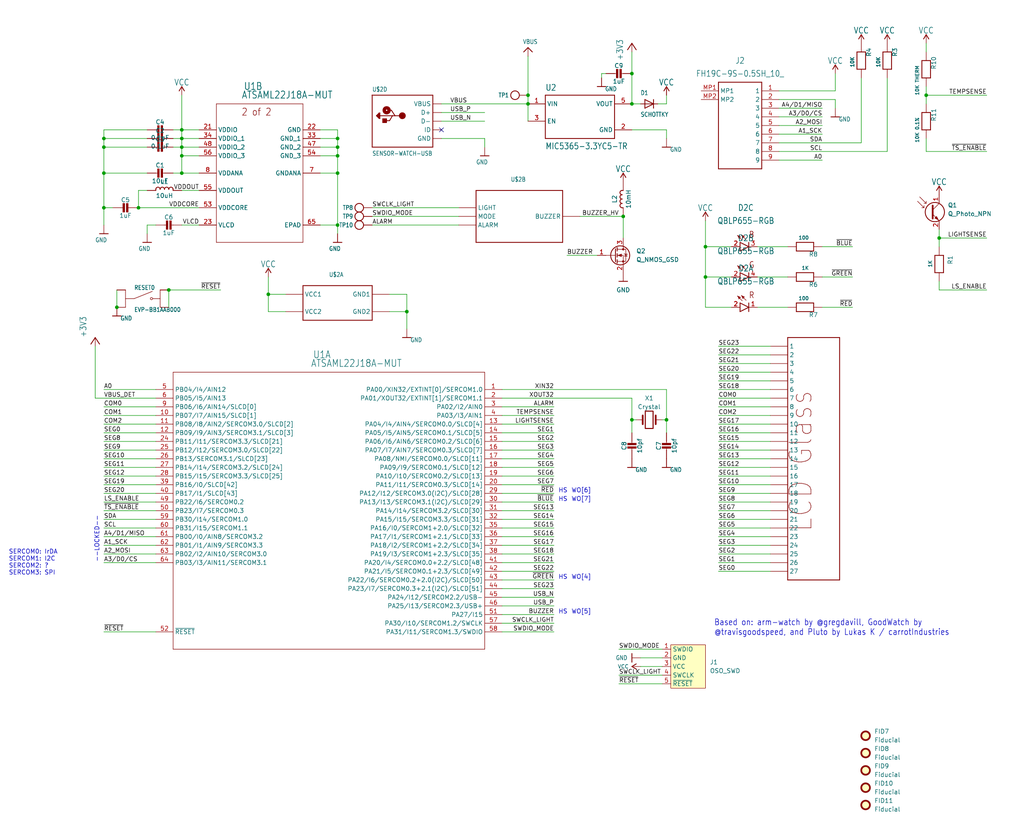
<source format=kicad_sch>
(kicad_sch (version 20211123) (generator eeschema)
  (paper "User" 300.507 242.062)
  (junction (at 185.42 123.19))
  (junction (at 154.94 27.94))
  (junction (at 34.29 90.17))
  (junction (at 30.48 40.64))
  (junction (at 185.42 21.59))
  (junction (at 207.01 72.39))
  (junction (at 99.06 45.72))
  (junction (at 53.34 43.18))
  (junction (at 182.88 63.5))
  (junction (at 99.06 66.04))
  (junction (at 30.48 60.96))
  (junction (at 53.34 40.64))
  (junction (at 30.48 50.8))
  (junction (at 99.06 40.64))
  (junction (at 185.42 30.48))
  (junction (at 40.64 60.96))
  (junction (at 119.38 91.44))
  (junction (at 271.78 27.94))
  (junction (at 195.58 123.19))
  (junction (at 53.34 45.72))
  (junction (at 207.01 81.28))
  (junction (at 53.34 50.8))
  (junction (at 53.34 38.1))
  (junction (at 154.94 30.48))
  (junction (at 30.48 43.18))
  (junction (at 49.53 85.09))
  (junction (at 99.06 43.18))
  (junction (at 275.59 69.85))
  (junction (at 99.06 50.8))
  (junction (at 78.74 86.36))
  (no_connect (at 129.54 38.1))
  (wire (pts (xy 147.32 157.48) (xy 162.56 157.48)))
  (wire (pts (xy 245.11 31.75) (xy 245.11 29.21)))
  (wire (pts (xy 187.96 30.48) (xy 185.42 30.48)))
  (wire (pts (xy 185.42 116.84) (xy 147.32 116.84)))
  (wire (pts (xy 147.32 172.72) (xy 162.56 172.72)))
  (wire (pts (xy 49.53 85.09) (xy 49.53 90.17)))
  (wire (pts (xy 181.61 190.5) (xy 194.31 190.5)))
  (wire (pts (xy 27.94 101.6) (xy 27.94 116.84)))
  (wire (pts (xy 210.82 157.48) (xy 226.06 157.48)))
  (wire (pts (xy 181.61 200.66) (xy 194.31 200.66)))
  (wire (pts (xy 53.34 43.18) (xy 53.34 40.64)))
  (wire (pts (xy 58.42 66.04) (xy 53.34 66.04)))
  (wire (pts (xy 162.56 175.26) (xy 147.32 175.26)))
  (wire (pts (xy 195.58 114.3) (xy 195.58 123.19)))
  (wire (pts (xy 275.59 85.09) (xy 289.56 85.09)))
  (wire (pts (xy 241.3 39.37) (xy 228.6 39.37)))
  (wire (pts (xy 119.38 86.36) (xy 119.38 91.44)))
  (wire (pts (xy 58.42 60.96) (xy 40.64 60.96)))
  (wire (pts (xy 210.82 132.08) (xy 226.06 132.08)))
  (wire (pts (xy 271.78 27.94) (xy 289.56 27.94)))
  (wire (pts (xy 147.32 114.3) (xy 195.58 114.3)))
  (wire (pts (xy 195.58 30.48) (xy 195.58 27.94)))
  (wire (pts (xy 30.48 149.86) (xy 45.72 149.86)))
  (wire (pts (xy 33.02 60.96) (xy 30.48 60.96)))
  (wire (pts (xy 147.32 154.94) (xy 162.56 154.94)))
  (wire (pts (xy 245.11 26.67) (xy 245.11 21.59)))
  (wire (pts (xy 177.8 21.59) (xy 176.53 21.59)))
  (wire (pts (xy 99.06 40.64) (xy 99.06 43.18)))
  (wire (pts (xy 185.42 123.19) (xy 186.69 123.19)))
  (wire (pts (xy 275.59 69.85) (xy 275.59 67.31)))
  (wire (pts (xy 210.82 137.16) (xy 226.06 137.16)))
  (wire (pts (xy 43.18 40.64) (xy 30.48 40.64)))
  (wire (pts (xy 45.72 124.46) (xy 30.48 124.46)))
  (wire (pts (xy 30.48 142.24) (xy 45.72 142.24)))
  (wire (pts (xy 147.32 165.1) (xy 162.56 165.1)))
  (wire (pts (xy 185.42 38.1) (xy 195.58 38.1)))
  (wire (pts (xy 99.06 50.8) (xy 93.98 50.8)))
  (wire (pts (xy 30.48 132.08) (xy 45.72 132.08)))
  (wire (pts (xy 58.42 50.8) (xy 53.34 50.8)))
  (wire (pts (xy 226.06 121.92) (xy 210.82 121.92)))
  (wire (pts (xy 119.38 86.36) (xy 114.3 86.36)))
  (wire (pts (xy 228.6 41.91) (xy 252.73 41.91)))
  (wire (pts (xy 109.22 63.5) (xy 134.62 63.5)))
  (wire (pts (xy 207.01 81.28) (xy 214.63 81.28)))
  (wire (pts (xy 27.94 116.84) (xy 45.72 116.84)))
  (wire (pts (xy 30.48 60.96) (xy 30.48 50.8)))
  (wire (pts (xy 154.94 30.48) (xy 154.94 27.94)))
  (wire (pts (xy 30.48 43.18) (xy 30.48 40.64)))
  (wire (pts (xy 182.88 63.5) (xy 182.88 69.85)))
  (wire (pts (xy 228.6 26.67) (xy 245.11 26.67)))
  (wire (pts (xy 241.3 34.29) (xy 228.6 34.29)))
  (wire (pts (xy 78.74 81.28) (xy 78.74 86.36)))
  (wire (pts (xy 134.62 60.96) (xy 109.22 60.96)))
  (wire (pts (xy 252.73 22.86) (xy 252.73 41.91)))
  (wire (pts (xy 30.48 38.1) (xy 43.18 38.1)))
  (wire (pts (xy 30.48 147.32) (xy 45.72 147.32)))
  (wire (pts (xy 210.82 129.54) (xy 226.06 129.54)))
  (wire (pts (xy 58.42 40.64) (xy 53.34 40.64)))
  (wire (pts (xy 210.82 147.32) (xy 226.06 147.32)))
  (wire (pts (xy 53.34 38.1) (xy 53.34 27.94)))
  (wire (pts (xy 228.6 44.45) (xy 260.35 44.45)))
  (wire (pts (xy 147.32 134.62) (xy 162.56 134.62)))
  (wire (pts (xy 162.56 180.34) (xy 147.32 180.34)))
  (wire (pts (xy 210.82 160.02) (xy 226.06 160.02)))
  (wire (pts (xy 210.82 101.6) (xy 226.06 101.6)))
  (wire (pts (xy 45.72 157.48) (xy 30.48 157.48)))
  (wire (pts (xy 93.98 45.72) (xy 99.06 45.72)))
  (wire (pts (xy 207.01 72.39) (xy 214.63 72.39)))
  (wire (pts (xy 193.04 30.48) (xy 195.58 30.48)))
  (wire (pts (xy 53.34 43.18) (xy 50.8 43.18)))
  (wire (pts (xy 147.32 149.86) (xy 162.56 149.86)))
  (wire (pts (xy 271.78 30.48) (xy 271.78 27.94)))
  (wire (pts (xy 114.3 91.44) (xy 119.38 91.44)))
  (wire (pts (xy 53.34 45.72) (xy 58.42 45.72)))
  (wire (pts (xy 245.11 29.21) (xy 228.6 29.21)))
  (wire (pts (xy 147.32 160.02) (xy 162.56 160.02)))
  (wire (pts (xy 43.18 50.8) (xy 30.48 50.8)))
  (wire (pts (xy 210.82 149.86) (xy 226.06 149.86)))
  (wire (pts (xy 210.82 106.68) (xy 226.06 106.68)))
  (wire (pts (xy 147.32 144.78) (xy 162.56 144.78)))
  (wire (pts (xy 50.8 50.8) (xy 53.34 50.8)))
  (wire (pts (xy 162.56 170.18) (xy 147.32 170.18)))
  (wire (pts (xy 170.18 63.5) (xy 182.88 63.5)))
  (wire (pts (xy 53.34 45.72) (xy 53.34 43.18)))
  (wire (pts (xy 207.01 72.39) (xy 207.01 81.28)))
  (wire (pts (xy 207.01 64.77) (xy 207.01 72.39)))
  (wire (pts (xy 147.32 127) (xy 162.56 127)))
  (wire (pts (xy 185.42 21.59) (xy 185.42 30.48)))
  (wire (pts (xy 147.32 132.08) (xy 162.56 132.08)))
  (wire (pts (xy 162.56 119.38) (xy 147.32 119.38)))
  (wire (pts (xy 78.74 91.44) (xy 83.82 91.44)))
  (wire (pts (xy 210.82 152.4) (xy 226.06 152.4)))
  (wire (pts (xy 53.34 38.1) (xy 50.8 38.1)))
  (wire (pts (xy 250.19 72.39) (xy 241.3 72.39)))
  (wire (pts (xy 58.42 55.88) (xy 53.34 55.88)))
  (wire (pts (xy 210.82 104.14) (xy 226.06 104.14)))
  (wire (pts (xy 30.48 129.54) (xy 45.72 129.54)))
  (wire (pts (xy 162.56 177.8) (xy 147.32 177.8)))
  (wire (pts (xy 45.72 165.1) (xy 30.48 165.1)))
  (wire (pts (xy 241.3 31.75) (xy 228.6 31.75)))
  (wire (pts (xy 195.58 38.1) (xy 195.58 40.64)))
  (wire (pts (xy 181.61 198.12) (xy 194.31 198.12)))
  (wire (pts (xy 154.94 16.51) (xy 154.94 27.94)))
  (wire (pts (xy 30.48 144.78) (xy 45.72 144.78)))
  (wire (pts (xy 210.82 144.78) (xy 226.06 144.78)))
  (wire (pts (xy 58.42 38.1) (xy 53.34 38.1)))
  (wire (pts (xy 30.48 134.62) (xy 45.72 134.62)))
  (wire (pts (xy 93.98 43.18) (xy 99.06 43.18)))
  (wire (pts (xy 53.34 40.64) (xy 53.34 38.1)))
  (wire (pts (xy 154.94 35.56) (xy 154.94 30.48)))
  (wire (pts (xy 34.29 85.09) (xy 34.29 90.17)))
  (wire (pts (xy 207.01 81.28) (xy 207.01 90.17)))
  (wire (pts (xy 43.18 43.18) (xy 30.48 43.18)))
  (wire (pts (xy 176.53 21.59) (xy 176.53 22.86)))
  (wire (pts (xy 45.72 162.56) (xy 30.48 162.56)))
  (wire (pts (xy 289.56 69.85) (xy 275.59 69.85)))
  (wire (pts (xy 187.96 193.04) (xy 194.31 193.04)))
  (wire (pts (xy 231.14 90.17) (xy 222.25 90.17)))
  (wire (pts (xy 210.82 114.3) (xy 226.06 114.3)))
  (wire (pts (xy 147.32 162.56) (xy 162.56 162.56)))
  (wire (pts (xy 129.54 30.48) (xy 154.94 30.48)))
  (wire (pts (xy 210.82 127) (xy 226.06 127)))
  (wire (pts (xy 43.18 68.58) (xy 43.18 66.04)))
  (wire (pts (xy 210.82 124.46) (xy 226.06 124.46)))
  (wire (pts (xy 99.06 43.18) (xy 99.06 45.72)))
  (wire (pts (xy 147.32 147.32) (xy 162.56 147.32)))
  (wire (pts (xy 142.24 35.56) (xy 129.54 35.56)))
  (wire (pts (xy 147.32 182.88) (xy 162.56 182.88)))
  (wire (pts (xy 210.82 111.76) (xy 226.06 111.76)))
  (wire (pts (xy 210.82 154.94) (xy 226.06 154.94)))
  (wire (pts (xy 30.48 152.4) (xy 45.72 152.4)))
  (wire (pts (xy 93.98 38.1) (xy 99.06 38.1)))
  (wire (pts (xy 43.18 66.04) (xy 45.72 66.04)))
  (wire (pts (xy 187.96 195.58) (xy 194.31 195.58)))
  (wire (pts (xy 210.82 167.64) (xy 226.06 167.64)))
  (wire (pts (xy 93.98 40.64) (xy 99.06 40.64)))
  (wire (pts (xy 210.82 109.22) (xy 226.06 109.22)))
  (wire (pts (xy 185.42 127) (xy 185.42 123.19)))
  (wire (pts (xy 147.32 139.7) (xy 162.56 139.7)))
  (wire (pts (xy 43.18 55.88) (xy 40.64 55.88)))
  (wire (pts (xy 134.62 66.04) (xy 109.22 66.04)))
  (wire (pts (xy 147.32 185.42) (xy 162.56 185.42)))
  (wire (pts (xy 260.35 22.86) (xy 260.35 44.45)))
  (wire (pts (xy 289.56 44.45) (xy 271.78 44.45)))
  (wire (pts (xy 210.82 142.24) (xy 226.06 142.24)))
  (wire (pts (xy 45.72 121.92) (xy 30.48 121.92)))
  (wire (pts (xy 30.48 50.8) (xy 30.48 43.18)))
  (wire (pts (xy 129.54 40.64) (xy 142.24 40.64)))
  (wire (pts (xy 210.82 165.1) (xy 226.06 165.1)))
  (wire (pts (xy 275.59 82.55) (xy 275.59 85.09)))
  (wire (pts (xy 99.06 38.1) (xy 99.06 40.64)))
  (wire (pts (xy 30.48 185.42) (xy 45.72 185.42)))
  (wire (pts (xy 30.48 139.7) (xy 45.72 139.7)))
  (wire (pts (xy 142.24 33.02) (xy 129.54 33.02)))
  (wire (pts (xy 30.48 127) (xy 45.72 127)))
  (wire (pts (xy 99.06 45.72) (xy 99.06 50.8)))
  (wire (pts (xy 45.72 119.38) (xy 30.48 119.38)))
  (wire (pts (xy 166.37 74.93) (xy 175.26 74.93)))
  (wire (pts (xy 78.74 86.36) (xy 78.74 91.44)))
  (wire (pts (xy 147.32 129.54) (xy 162.56 129.54)))
  (wire (pts (xy 30.48 60.96) (xy 30.48 66.04)))
  (wire (pts (xy 99.06 50.8) (xy 99.06 66.04)))
  (wire (pts (xy 271.78 25.4) (xy 271.78 27.94)))
  (wire (pts (xy 45.72 114.3) (xy 30.48 114.3)))
  (wire (pts (xy 119.38 91.44) (xy 119.38 96.52)))
  (wire (pts (xy 147.32 137.16) (xy 162.56 137.16)))
  (wire (pts (xy 226.06 119.38) (xy 210.82 119.38)))
  (wire (pts (xy 207.01 90.17) (xy 214.63 90.17)))
  (wire (pts (xy 147.32 124.46) (xy 162.56 124.46)))
  (wire (pts (xy 53.34 40.64) (xy 50.8 40.64)))
  (wire (pts (xy 226.06 116.84) (xy 210.82 116.84)))
  (wire (pts (xy 271.78 12.7) (xy 271.78 15.24)))
  (wire (pts (xy 210.82 134.62) (xy 226.06 134.62)))
  (wire (pts (xy 142.24 40.64) (xy 142.24 43.18)))
  (wire (pts (xy 210.82 162.56) (xy 226.06 162.56)))
  (wire (pts (xy 250.19 90.17) (xy 241.3 90.17)))
  (wire (pts (xy 49.53 85.09) (xy 64.77 85.09)))
  (wire (pts (xy 271.78 44.45) (xy 271.78 40.64)))
  (wire (pts (xy 45.72 160.02) (xy 30.48 160.02)))
  (wire (pts (xy 185.42 123.19) (xy 185.42 116.84)))
  (wire (pts (xy 162.56 121.92) (xy 147.32 121.92)))
  (wire (pts (xy 30.48 137.16) (xy 45.72 137.16)))
  (wire (pts (xy 99.06 66.04) (xy 99.06 68.58)))
  (wire (pts (xy 147.32 152.4) (xy 162.56 152.4)))
  (wire (pts (xy 185.42 15.24) (xy 185.42 21.59)))
  (wire (pts (xy 162.56 167.64) (xy 147.32 167.64)))
  (wire (pts (xy 93.98 66.04) (xy 99.06 66.04)))
  (wire (pts (xy 275.59 72.39) (xy 275.59 69.85)))
  (wire (pts (xy 231.14 81.28) (xy 222.25 81.28)))
  (wire (pts (xy 194.31 123.19) (xy 195.58 123.19)))
  (wire (pts (xy 40.64 55.88) (xy 40.64 60.96)))
  (wire (pts (xy 83.82 86.36) (xy 78.74 86.36)))
  (wire (pts (xy 231.14 72.39) (xy 222.25 72.39)))
  (wire (pts (xy 30.48 154.94) (xy 45.72 154.94)))
  (wire (pts (xy 53.34 50.8) (xy 53.34 45.72)))
  (wire (pts (xy 241.3 36.83) (xy 228.6 36.83)))
  (wire (pts (xy 147.32 142.24) (xy 162.56 142.24)))
  (wire (pts (xy 195.58 123.19) (xy 195.58 127)))
  (wire (pts (xy 250.19 81.28) (xy 241.3 81.28)))
  (wire (pts (xy 210.82 139.7) (xy 226.06 139.7)))
  (wire (pts (xy 241.3 46.99) (xy 228.6 46.99)))
  (wire (pts (xy 58.42 43.18) (xy 53.34 43.18)))
  (wire (pts (xy 30.48 40.64) (xy 30.48 38.1)))
  (text "Based on: arm-watch by @gregdavill, GoodWatch by\n@travisgoodspeed, and Pluto by Lukas K / carrotIndustries" (at 209.55 186.69 0) (effects (font (size 1.778 1.5113)) (justify left bottom)))
  (text "WO[7]" (at 167.64 147.32 0) (effects (font (size 1.27 1.27)) (justify left bottom)))
  (text "HS" (at 163.83 144.78 0) (effects (font (size 1.27 1.27)) (justify left bottom)))
  (text "HS" (at 163.83 170.18 0) (effects (font (size 1.27 1.27)) (justify left bottom)))
  (text "SERCOM0: IrDA\nSERCOM1: I2C\nSERCOM2: ?\nSERCOM3: SPI" (at 2.54 168.91 0) (effects (font (size 1.27 1.27)) (justify left bottom)))
  (text "--LOCKED--" (at 29.21 165.1 90) (effects (font (size 1.27 1.27)) (justify left bottom)))
  (text "WO[6]" (at 167.64 144.78 0) (effects (font (size 1.27 1.27)) (justify left bottom)))
  (text "WO[4]" (at 167.64 170.18 0) (effects (font (size 1.27 1.27)) (justify left bottom)))
  (text "HS" (at 163.83 180.34 0) (effects (font (size 1.27 1.27)) (justify left bottom)))
  (text "HS" (at 163.83 147.32 0) (effects (font (size 1.27 1.27)) (justify left bottom)))
  (text "WO[5]" (at 167.64 180.34 0) (effects (font (size 1.27 1.27)) (justify left bottom)))
  (label "SEG0" (at 30.48 127 0) (effects (font (size 1.2446 1.2446))))
  (label "SEG9" (at 30.48 132.08 0) (effects (font (size 1.2446 1.2446))))
  (label "LIGHTSENSE" (at 289.56 69.85 180))
  (label "SEG21" (at 162.56 165.1 180) (effects (font (size 1.2446 1.2446))))
  (label "SEG20" (at 210.82 109.22 0) (effects (font (size 1.2446 1.2446))))
  (label "LS_ENABLE" (at 30.48 147.32 0))
  (label "~{RESET}" (at 30.48 185.42 0) (effects (font (size 1.2446 1.2446))))
  (label "USB_N" (at 162.56 175.26 180) (effects (font (size 1.2446 1.2446))))
  (label "SEG10" (at 210.82 142.24 0) (effects (font (size 1.2446 1.2446))))
  (label "SEG3" (at 210.82 160.02 0) (effects (font (size 1.2446 1.2446))))
  (label "VBUS_DET" (at 30.48 116.84 0) (effects (font (size 1.2446 1.2446))))
  (label "USB_N" (at 132.08 35.56 0) (effects (font (size 1.2446 1.2446))))
  (label "SEG9" (at 210.82 144.78 0) (effects (font (size 1.2446 1.2446))))
  (label "SEG7" (at 162.56 142.24 180) (effects (font (size 1.2446 1.2446))))
  (label "SWCLK_LIGHT" (at 109.22 60.96 0) (effects (font (size 1.2446 1.2446))))
  (label "SEG23" (at 162.56 172.72 180) (effects (font (size 1.2446 1.2446))))
  (label "SEG3" (at 162.56 132.08 180) (effects (font (size 1.2446 1.2446))))
  (label "SEG23" (at 210.82 101.6 0) (effects (font (size 1.2446 1.2446))))
  (label "SEG13" (at 162.56 149.86 180) (effects (font (size 1.2446 1.2446))))
  (label "~{BLUE}" (at 250.19 72.39 180) (effects (font (size 1.2446 1.2446))))
  (label "USB_P" (at 162.56 177.8 180) (effects (font (size 1.2446 1.2446))))
  (label "SEG16" (at 210.82 127 0) (effects (font (size 1.2446 1.2446))))
  (label "SEG5" (at 210.82 154.94 0) (effects (font (size 1.2446 1.2446))))
  (label "COM1" (at 30.48 121.92 0) (effects (font (size 1.2446 1.2446))))
  (label "SEG12" (at 210.82 137.16 0) (effects (font (size 1.2446 1.2446))))
  (label "SEG5" (at 162.56 137.16 180) (effects (font (size 1.2446 1.2446))))
  (label "SEG13" (at 210.82 134.62 0) (effects (font (size 1.2446 1.2446))))
  (label "COM1" (at 210.82 119.38 0) (effects (font (size 1.2446 1.2446))))
  (label "SDA" (at 241.3 41.91 180) (effects (font (size 1.2446 1.2446))))
  (label "BUZZER" (at 162.56 180.34 180) (effects (font (size 1.2446 1.2446))))
  (label "SEG10" (at 30.48 134.62 0) (effects (font (size 1.2446 1.2446))))
  (label "SEG12" (at 30.48 139.7 0) (effects (font (size 1.2446 1.2446))))
  (label "A1_SCK" (at 241.3 39.37 180) (effects (font (size 1.2446 1.2446))))
  (label "COM2" (at 210.82 121.92 0) (effects (font (size 1.2446 1.2446))))
  (label "A2_MOSI" (at 241.3 36.83 180) (effects (font (size 1.2446 1.2446))))
  (label "SEG11" (at 30.48 137.16 0) (effects (font (size 1.2446 1.2446))))
  (label "SWCLK_LIGHT" (at 181.61 198.12 0) (effects (font (size 1.2446 1.2446))))
  (label "A2_MOSI" (at 30.48 162.56 0) (effects (font (size 1.2446 1.2446))))
  (label "LS_ENABLE" (at 289.56 85.09 180))
  (label "SEG7" (at 210.82 149.86 0) (effects (font (size 1.2446 1.2446))))
  (label "SWDIO_MODE" (at 181.61 190.5 0) (effects (font (size 1.2446 1.2446))))
  (label "SWDIO_MODE" (at 162.56 185.42 180) (effects (font (size 1.2446 1.2446))))
  (label "SEG0" (at 210.82 167.64 0) (effects (font (size 1.2446 1.2446))))
  (label "SEG20" (at 30.48 144.78 0) (effects (font (size 1.2446 1.2446))))
  (label "SCL" (at 30.48 154.94 0) (effects (font (size 1.2446 1.2446))))
  (label "SEG2" (at 162.56 129.54 180) (effects (font (size 1.2446 1.2446))))
  (label "~{TS_ENABLE}" (at 289.56 44.45 180))
  (label "~{RESET}" (at 64.77 85.09 180) (effects (font (size 1.2446 1.2446))))
  (label "SEG21" (at 210.82 106.68 0) (effects (font (size 1.2446 1.2446))))
  (label "SWDIO_MODE" (at 109.22 63.5 0) (effects (font (size 1.2446 1.2446))))
  (label "SEG4" (at 210.82 157.48 0) (effects (font (size 1.2446 1.2446))))
  (label "SEG15" (at 210.82 129.54 0) (effects (font (size 1.2446 1.2446))))
  (label "SEG1" (at 162.56 127 180) (effects (font (size 1.2446 1.2446))))
  (label "A3/D0/CS" (at 30.48 165.1 0) (effects (font (size 1.2446 1.2446))))
  (label "SEG8" (at 30.48 129.54 0) (effects (font (size 1.2446 1.2446))))
  (label "SEG19" (at 210.82 111.76 0) (effects (font (size 1.2446 1.2446))))
  (label "~{BLUE}" (at 162.56 147.32 180))
  (label "~{RED}" (at 162.56 144.78 180))
  (label "A0" (at 30.48 114.3 0) (effects (font (size 1.2446 1.2446))))
  (label "A3/D0/CS" (at 241.3 34.29 180) (effects (font (size 1.2446 1.2446))))
  (label "SEG14" (at 210.82 132.08 0) (effects (font (size 1.2446 1.2446))))
  (label "BUZZER" (at 166.37 74.93 0))
  (label "SCL" (at 241.3 44.45 180) (effects (font (size 1.2446 1.2446))))
  (label "SEG8" (at 210.82 147.32 0) (effects (font (size 1.2446 1.2446))))
  (label "~{TS_ENABLE}" (at 30.48 149.86 0))
  (label "USB_P" (at 132.08 33.02 0) (effects (font (size 1.2446 1.2446))))
  (label "VDDOUT" (at 58.42 55.88 180))
  (label "SEG2" (at 210.82 162.56 0) (effects (font (size 1.2446 1.2446))))
  (label "SEG19" (at 30.48 142.24 0) (effects (font (size 1.2446 1.2446))))
  (label "A1_SCK" (at 30.48 160.02 0) (effects (font (size 1.2446 1.2446))))
  (label "SEG6" (at 162.56 139.7 180) (effects (font (size 1.2446 1.2446))))
  (label "SEG17" (at 162.56 160.02 180) (effects (font (size 1.2446 1.2446))))
  (label "SEG1" (at 210.82 165.1 0) (effects (font (size 1.2446 1.2446))))
  (label "SEG17" (at 210.82 124.46 0) (effects (font (size 1.2446 1.2446))))
  (label "SEG16" (at 162.56 157.48 180) (effects (font (size 1.2446 1.2446))))
  (label "~{RED}" (at 250.19 90.17 180) (effects (font (size 1.2446 1.2446))))
  (label "VDDCORE" (at 58.42 60.96 180))
  (label "SEG4" (at 162.56 134.62 180) (effects (font (size 1.2446 1.2446))))
  (label "XOUT32" (at 162.56 116.84 180) (effects (font (size 1.2446 1.2446))))
  (label "ALARM" (at 162.56 119.38 180) (effects (font (size 1.2446 1.2446))))
  (label "XIN32" (at 162.56 114.3 180) (effects (font (size 1.2446 1.2446))))
  (label "~{GREEN}" (at 162.56 170.18 180))
  (label "VBUS" (at 132.08 30.48 0) (effects (font (size 1.2446 1.2446))))
  (label "TEMPSENSE" (at 289.56 27.94 180))
  (label "VLCD" (at 58.42 66.04 180))
  (label "SWCLK_LIGHT" (at 162.56 182.88 180) (effects (font (size 1.2446 1.2446))))
  (label "BUZZER_HV" (at 181.61 63.5 180) (effects (font (size 1.2446 1.2446))))
  (label "~{GREEN}" (at 250.19 81.28 180) (effects (font (size 1.2446 1.2446))))
  (label "ALARM" (at 109.22 66.04 0) (effects (font (size 1.2446 1.2446))))
  (label "SEG22" (at 210.82 104.14 0) (effects (font (size 1.2446 1.2446))))
  (label "SEG18" (at 210.82 114.3 0) (effects (font (size 1.2446 1.2446))))
  (label "SEG15" (at 162.56 154.94 180) (effects (font (size 1.2446 1.2446))))
  (label "SEG22" (at 162.56 167.64 180) (effects (font (size 1.2446 1.2446))))
  (label "SEG6" (at 210.82 152.4 0) (effects (font (size 1.2446 1.2446))))
  (label "A4/D1/MISO" (at 30.48 157.48 0) (effects (font (size 1.2446 1.2446))))
  (label "A0" (at 241.3 46.99 180) (effects (font (size 1.2446 1.2446))))
  (label "SEG18" (at 162.56 162.56 180) (effects (font (size 1.2446 1.2446))))
  (label "COM0" (at 30.48 119.38 0) (effects (font (size 1.2446 1.2446))))
  (label "COM2" (at 30.48 124.46 0) (effects (font (size 1.2446 1.2446))))
  (label "TEMPSENSE" (at 162.56 121.92 180))
  (label "SEG11" (at 210.82 139.7 0) (effects (font (size 1.2446 1.2446))))
  (label "COM0" (at 210.82 116.84 0) (effects (font (size 1.2446 1.2446))))
  (label "SEG14" (at 162.56 152.4 180) (effects (font (size 1.2446 1.2446))))
  (label "LIGHTSENSE" (at 162.56 124.46 180))
  (label "~{RESET}" (at 181.61 200.66 0) (effects (font (size 1.2446 1.2446))))
  (label "A4/D1/MISO" (at 241.3 31.75 180) (effects (font (size 1.2446 1.2446))))
  (label "SDA" (at 30.48 152.4 0) (effects (font (size 1.2446 1.2446))))
  (symbol (lib_id "Mechanical:Fiducial") (at 254 231.14 0) (unit 1)
    (property "Reference" "FID10" (at 256.54 229.8699 0) (effects (justify left)))
    (property "Value" "Fiducial" (at 256.54 232.4099 0) (effects (justify left)))
    (property "Footprint" "Fiducial:Fiducial_0.75mm_Mask1.5mm" (effects hide))
  )
  (symbol (lib_id "OSO-SWAT-A1-05-eagle-import:VCC") (at 78.74 81.28 0) (unit 1)
    (property "Reference" "#SUPPLY02" (effects hide))
    (property "Value" "VCC" (at 78.74 78.486 0) (effects (font (size 1.778 1.5113)) (justify bottom)))
    (property "Footprint" "OSO-SWAT-A1-05:" (effects hide))
  )
  (symbol (lib_id "Device:Crystal") (at 190.5 123.19 0) (unit 1)
    (property "Reference" "X1" (at 190.5 116.84 0))
    (property "Value" "Crystal" (at 190.5 119.38 0))
    (property "Footprint" "Crystal:Crystal_SMD_3215-2Pin_3.2x1.5mm" (effects hide))
  )
  (symbol (lib_id "OSO-SWAT-A1-05-eagle-import:VCC") (at 53.34 27.94 0) (unit 1)
    (property "Reference" "#SUPPLY01" (effects hide))
    (property "Value" "VCC" (at 53.34 25.146 0) (effects (font (size 1.778 1.5113)) (justify bottom)))
    (property "Footprint" "OSO-SWAT-A1-05:" (effects hide))
  )
  (symbol (lib_id "OSO-SWAT-A1-05-eagle-import:RESISTOR_0603MP") (at 236.22 81.28 180) (unit 1)
    (property "Reference" "R6" (at 240.03 82.7786 0) (effects (justify left bottom)))
    (property "Value" "1K" (at 237.49 77.978 0) (effects (font (size 1.016 1.016) bold) (justify left bottom)))
    (property "Footprint" "Resistor_SMD:R_0603_1608Metric" (effects hide))
  )
  (symbol (lib_id "OSO-SWAT-A1-05-eagle-import:GND") (at 43.18 71.12 0) (unit 1)
    (property "Reference" "#GND02" (effects hide))
    (property "Value" "GND" (at 40.64 73.66 0) (effects (font (size 1.27 1.0795)) (justify left bottom)))
    (property "Footprint" "OSO-SWAT-A1-05:" (effects hide))
  )
  (symbol (lib_id "OSO-SWAT-A1-05-eagle-import:RESISTOR_0603MP") (at 236.22 72.39 180) (unit 1)
    (property "Reference" "R8" (at 240.03 73.8886 0) (effects (justify left bottom)))
    (property "Value" "100" (at 237.49 69.088 0) (effects (font (size 1.016 1.016) bold) (justify left bottom)))
    (property "Footprint" "Resistor_SMD:R_0603_1608Metric" (effects hide))
  )
  (symbol (lib_id "OSO-SWAT-A1-05-eagle-import:RESISTOR_0603MP") (at 260.35 17.78 270) (unit 1)
    (property "Reference" "R3" (at 261.8486 13.97 0) (effects (justify left bottom)))
    (property "Value" "10K" (at 257.048 16.51 0) (effects (font (size 1.016 1.016) bold) (justify left bottom)))
    (property "Footprint" "Resistor_SMD:R_0603_1608Metric" (effects hide))
  )
  (symbol (lib_id "OSO-SWAT-A1-05-eagle-import:CAP_CERAMIC_0402MP") (at 185.42 132.08 0) (unit 1)
    (property "Reference" "C8" (at 183.13 130.83 90))
    (property "Value" "10pf" (at 187.72 130.83 90))
    (property "Footprint" "Capacitor_SMD:C_0402_1005Metric" (effects hide))
  )
  (symbol (lib_id "OSO-SWAT-A1-05-eagle-import:ATSAML22J18A-MUT") (at 76.2 50.8 0) (unit 2)
    (property "Reference" "U1" (at 71.4756 26.4414 0) (effects (font (size 2.0828 1.7703)) (justify left bottom)))
    (property "Value" "ATSAML22J18A-MUT" (at 70.8406 28.9814 0) (effects (font (size 2.0828 1.7703)) (justify left bottom)))
    (property "Footprint" "OSO-SWAT-A1-05:QFN64_9X9MC_MCH" (effects hide))
  )
  (symbol (lib_id "OSO-SWAT-A1-05-eagle-import:VCC") (at 207.01 64.77 0) (unit 1)
    (property "Reference" "#SUPPLY0104" (effects hide))
    (property "Value" "VCC" (at 207.01 61.976 0) (effects (font (size 1.778 1.5113)) (justify bottom)))
    (property "Footprint" "OSO-SWAT-A1-05:" (effects hide))
  )
  (symbol (lib_id "OSO-SWAT-A1-05-eagle-import:MICROBUILDER_TESTPOINTROUND1.5MM") (at 109.22 63.5 90) (unit 1)
    (property "Reference" "TP9" (at 103.632 63.5 90) (effects (font (size 1.27 1.0795)) (justify left)))
    (property "Value" "MICROBUILDER_TESTPOINTROUND1.5MM" (effects hide))
    (property "Footprint" "OSO-SWAT-A1-05:MICROBUILDER_TESTPOINT_ROUND_1.5MM" (effects hide))
  )
  (symbol (lib_id "OSO-SWAT-A1-05-eagle-import:MIC5365-3.3YC5-TR") (at 170.18 33.02 0) (unit 1)
    (property "Reference" "U2" (at 160.02 26.67 0) (effects (font (size 1.778 1.5113)) (justify left bottom)))
    (property "Value" "MIC5365-3.3YC5-TR" (at 160.02 41.91 0) (effects (font (size 1.778 1.5113)) (justify left top)))
    (property "Footprint" "OSO-SWAT-A1-05:SOT65P210X110-5N" (effects hide))
  )
  (symbol (lib_id "OSO-SWAT-A1-05-eagle-import:CAP_CERAMIC_0603MP") (at 48.26 66.04 270) (unit 1)
    (property "Reference" "C6" (at 49.51 63.75 90))
    (property "Value" "1uF" (at 49.51 68.34 90))
    (property "Footprint" "Capacitor_SMD:C_0603_1608Metric" (effects hide))
  )
  (symbol (lib_id "OSO-SWAT-A1-05-eagle-import:CAP_CERAMIC_0603MP") (at 45.72 40.64 270) (unit 1)
    (property "Reference" "C2" (at 46.97 38.35 90))
    (property "Value" "0.1uF" (at 46.97 42.94 90))
    (property "Footprint" "Capacitor_SMD:C_0603_1608Metric" (effects hide))
  )
  (symbol (lib_id "OSO-SWAT-A1-05-eagle-import:RESISTOR_0603MP") (at 271.78 20.32 270) (unit 1)
    (property "Reference" "R10" (at 273.2786 16.51 0) (effects (justify left bottom)))
    (property "Value" "10K THERM" (at 268.478 19.05 0) (effects (font (size 1.016 1.016) bold) (justify left bottom)))
    (property "Footprint" "Resistor_SMD:R_0603_1608Metric" (effects hide))
  )
  (symbol (lib_id "OSO-SWAT-A1-05-eagle-import:VCC") (at 271.78 12.7 0) (unit 1)
    (property "Reference" "#SUPPLY0106" (effects hide))
    (property "Value" "VCC" (at 271.78 9.906 0) (effects (font (size 1.778 1.5113)) (justify bottom)))
    (property "Footprint" "OSO-SWAT-A1-05:" (effects hide))
  )
  (symbol (lib_id "OSO-SWAT-A1-05-eagle-import:DIODESOD-323F") (at 190.5 30.48 0) (unit 1)
    (property "Reference" "D1" (at 187.96 27.94 0) (effects (font (size 1.27 1.0795)) (justify left bottom)))
    (property "Value" "SCHOTTKY" (at 187.96 34.29 0) (effects (font (size 1.27 1.0795)) (justify left bottom)))
    (property "Footprint" "OSO-SWAT-A1-05:SOD-323F" (effects hide))
  )
  (symbol (lib_id "OSO-SWAT-A1-05-eagle-import:MICROBUILDER_INDUCTOR_0805MP") (at 48.26 55.88 0) (unit 1)
    (property "Reference" "L1" (at 48.26 53.34 0))
    (property "Value" "10uH" (at 48.26 57.42 0))
    (property "Footprint" "Inductor_SMD:L_0805_2012Metric" (effects hide))
  )
  (symbol (lib_id "OSO-SWAT-A1-05-eagle-import:+3V3") (at 185.42 12.7 0) (unit 1)
    (property "Reference" "#+3V026" (effects hide))
    (property "Value" "+3V3" (at 182.88 17.78 90) (effects (font (size 1.778 1.5113)) (justify left bottom)))
    (property "Footprint" "OSO-SWAT-A1-05:" (effects hide))
  )
  (symbol (lib_id "OSO-SWAT-A1-05-eagle-import:ATSAML22J18A-MUT") (at 96.52 149.86 0) (unit 1)
    (property "Reference" "U1" (at 91.7956 105.1814 0) (effects (font (size 2.0828 1.7703)) (justify left bottom)))
    (property "Value" "ATSAML22J18A-MUT" (at 91.1606 107.7214 0) (effects (font (size 2.0828 1.7703)) (justify left bottom)))
    (property "Footprint" "OSO-SWAT-A1-05:QFN64_9X9MC_MCH" (effects hide))
  )
  (symbol (lib_id "OSO-SWAT-A1-05-eagle-import:GND") (at 142.24 45.72 0) (unit 1)
    (property "Reference" "#GND03" (effects hide))
    (property "Value" "GND" (at 139.7 48.26 0) (effects (font (size 1.27 1.0795)) (justify left bottom)))
    (property "Footprint" "OSO-SWAT-A1-05:" (effects hide))
  )
  (symbol (lib_id "OSO-SWAT-A1-05-eagle-import:GND") (at 195.58 137.16 0) (mirror y) (unit 1)
    (property "Reference" "#U$03" (effects hide))
    (property "Value" "GND" (at 196.596 137.16 0) (effects (font (size 1.27 1.0795)) (justify right top)))
    (property "Footprint" "OSO-SWAT-A1-05:" (effects hide))
  )
  (symbol (lib_id "OSO-SWAT-A1-05-eagle-import:VCC") (at 187.96 195.58 90) (unit 1)
    (property "Reference" "#SUPPLY0102" (effects hide))
    (property "Value" "VCC" (at 182.88 195.58 90) (effects (font (size 1.0795 1.0795))))
    (property "Footprint" "OSO-SWAT-A1-05:" (effects hide))
  )
  (symbol (lib_id "OSO-SWAT-A1-05-eagle-import:FH19C-9S-0.5SH_10_") (at 205.74 26.67 0) (unit 1)
    (property "Reference" "J2" (at 217.17 17.78 0) (effects (font (size 1.778 1.5113))))
    (property "Value" "FH19C-9S-0.5SH_10_" (at 217.17 21.59 0) (effects (font (size 1.778 1.5113))))
    (property "Footprint" "OSO-SWAT-A1-05:FH19C9S05SH10" (effects hide))
  )
  (symbol (lib_id "Mechanical:Fiducial") (at 254 215.9 0) (unit 1)
    (property "Reference" "FID7" (at 256.54 214.6299 0) (effects (justify left)))
    (property "Value" "Fiducial" (at 256.54 217.1699 0) (effects (justify left)))
    (property "Footprint" "Fiducial:Fiducial_0.75mm_Mask1.5mm" (effects hide))
  )
  (symbol (lib_id "OSO-SWAT-A1-05-eagle-import:MICROBUILDER_INDUCTOR_0805MP") (at 182.88 58.42 90) (unit 1)
    (property "Reference" "L2" (at 180.34 58.42 0))
    (property "Value" "10mH" (at 184.42 58.42 0))
    (property "Footprint" "Inductor_SMD:L_0603_1608Metric" (effects hide))
  )
  (symbol (lib_id "OSO-SWAT-A1-05-eagle-import:GND") (at 176.53 25.4 0) (mirror y) (unit 1)
    (property "Reference" "#U$0101" (effects hide))
    (property "Value" "GND" (at 177.546 25.4 0) (effects (font (size 1.27 1.0795)) (justify right top)))
    (property "Footprint" "OSO-SWAT-A1-05:" (effects hide))
  )
  (symbol (lib_id "OSO-SWAT-A1-05-eagle-import:VCC") (at 260.35 12.7 0) (unit 1)
    (property "Reference" "#SUPPLY0101" (effects hide))
    (property "Value" "VCC" (at 260.35 9.906 0) (effects (font (size 1.778 1.5113)) (justify bottom)))
    (property "Footprint" "OSO-SWAT-A1-05:" (effects hide))
  )
  (symbol (lib_id "OSO-SWAT-A1-05-eagle-import:CAP_CERAMIC_0402MP") (at 195.58 132.08 0) (unit 1)
    (property "Reference" "C7" (at 193.29 130.83 90))
    (property "Value" "10pf" (at 197.88 130.83 90))
    (property "Footprint" "Capacitor_SMD:C_0402_1005Metric" (effects hide))
  )
  (symbol (lib_id "OSO-SWAT-A1-05-eagle-import:CAP_CERAMIC_0603MP") (at 35.56 60.96 270) (unit 1)
    (property "Reference" "C5" (at 36.81 58.67 90))
    (property "Value" "1uF" (at 36.81 63.26 90))
    (property "Footprint" "Capacitor_SMD:C_0603_1608Metric" (effects hide))
  )
  (symbol (lib_id "OSO-SWAT-A1-05-eagle-import:RESISTOR_0603MP") (at 252.73 17.78 270) (unit 1)
    (property "Reference" "R4" (at 254.2286 13.97 0) (effects (justify left bottom)))
    (property "Value" "10K" (at 249.428 16.51 0) (effects (font (size 1.016 1.016) bold) (justify left bottom)))
    (property "Footprint" "Resistor_SMD:R_0603_1608Metric" (effects hide))
  )
  (symbol (lib_id "OSO-SWAT-A1-05-eagle-import:GND") (at 34.29 92.71 0) (mirror y) (unit 1)
    (property "Reference" "#U$04" (effects hide))
    (property "Value" "GND" (at 35.306 92.71 0) (effects (font (size 1.27 1.0795)) (justify right top)))
    (property "Footprint" "OSO-SWAT-A1-05:" (effects hide))
  )
  (symbol (lib_id "OSO-SWAT-A1-05-eagle-import:VCC") (at 252.73 12.7 0) (unit 1)
    (property "Reference" "#SUPPLY0103" (effects hide))
    (property "Value" "VCC" (at 252.73 9.906 0) (effects (font (size 1.778 1.5113)) (justify bottom)))
    (property "Footprint" "OSO-SWAT-A1-05:" (effects hide))
  )
  (symbol (lib_id "OSO-SWAT-A1-05-eagle-import:RESISTOR_0603MP") (at 271.78 35.56 270) (unit 1)
    (property "Reference" "R11" (at 273.2786 31.75 0) (effects (justify left bottom)))
    (property "Value" "10K 0.1%" (at 268.478 34.29 0) (effects (font (size 1.016 1.016) bold) (justify left bottom)))
    (property "Footprint" "Resistor_SMD:R_0603_1608Metric" (effects hide))
  )
  (symbol (lib_id "OSO-SWAT-A1-05-eagle-import:SENSOR-WATCH-USB") (at 99.06 88.9 0) (unit 1)
    (property "Reference" "U$2" (at 96.52 81.28 0) (effects (font (size 1.27 1.0795)) (justify left bottom)))
    (property "Value" "SENSOR-WATCH-USB" (effects hide))
    (property "Footprint" "OSO-SWAT-A1-05:CASIO-F91W-OUTLINE-USB" (effects hide))
  )
  (symbol (lib_id "OSO-SWAT-A1-05-eagle-import:VBUS") (at 154.94 13.97 0) (unit 1)
    (property "Reference" "#U$08" (effects hide))
    (property "Value" "VBUS" (at 153.416 12.954 0) (effects (font (size 1.27 1.0795)) (justify left bottom)))
    (property "Footprint" "OSO-SWAT-A1-05:" (effects hide))
  )
  (symbol (lib_id "OSO-SWAT-A1-05-eagle-import:MICROBUILDER_TESTPOINTROUND1.5MM") (at 154.94 27.94 90) (unit 1)
    (property "Reference" "TP1" (at 149.352 27.94 90) (effects (font (size 1.27 1.0795)) (justify left)))
    (property "Value" "MICROBUILDER_TESTPOINTROUND1.5MM" (effects hide))
    (property "Footprint" "OSO-SWAT-A1-05:MICROBUILDER_TESTPOINT_ROUND_1.5MM" (effects hide))
  )
  (symbol (lib_id "Mechanical:Fiducial") (at 254 236.22 0) (unit 1)
    (property "Reference" "FID11" (at 256.54 234.9499 0) (effects (justify left)))
    (property "Value" "Fiducial" (at 256.54 237.4899 0) (effects (justify left)))
    (property "Footprint" "Fiducial:Fiducial_0.75mm_Mask1.5mm" (effects hide))
  )
  (symbol (lib_id "OSO-SWAT-A1-05-eagle-import:GND") (at 119.38 99.06 0) (mirror y) (unit 1)
    (property "Reference" "#U$01" (effects hide))
    (property "Value" "GND" (at 120.396 99.06 0) (effects (font (size 1.27 1.0795)) (justify right top)))
    (property "Footprint" "OSO-SWAT-A1-05:" (effects hide))
  )
  (symbol (lib_id "Device:Q_NMOS_GSD") (at 180.34 74.93 0) (unit 1)
    (property "Reference" "Q2" (at 186.69 73.6599 0) (effects (justify left)))
    (property "Value" "Q_NMOS_GSD" (at 186.69 76.1999 0) (effects (justify left)))
    (property "Footprint" "Package_TO_SOT_SMD:SOT-323_SC-70" (effects hide))
  )
  (symbol (lib_id "OSO-SWAT-A1-05-eagle-import:CAP_CERAMIC_0603MP") (at 45.72 43.18 270) (unit 1)
    (property "Reference" "C3" (at 46.97 40.89 90))
    (property "Value" "0.1uF" (effects hide))
    (property "Footprint" "Capacitor_SMD:C_0603_1608Metric" (effects hide))
  )
  (symbol (lib_id "OSO-SWAT-A1-05-eagle-import:QBLP655-RGB") (at 217.17 90.17 0) (unit 1)
    (property "Reference" "D2" (at 218.871 78.74 0) (effects (font (size 1.7807 1.5135))))
    (property "Value" "QBLP655-RGB" (at 218.871 82.55 0) (effects (font (size 1.7794 1.5124))))
    (property "Footprint" "OSO-SWAT-A1-05:LED_QBLP655_RGB" (effects hide))
  )
  (symbol (lib_id "OSO-SWAT-A1-05-eagle-import:CAP_CERAMIC_0603MP") (at 180.34 21.59 270) (unit 1)
    (property "Reference" "C9" (at 181.59 19.3 90))
    (property "Value" "1uF" (at 181.59 23.89 90))
    (property "Footprint" "Capacitor_SMD:C_0603_1608Metric" (effects hide))
  )
  (symbol (lib_id "OSO-SWAT-A1-05-eagle-import:GND") (at 185.42 193.04 270) (mirror x) (unit 1)
    (property "Reference" "#U$0102" (effects hide))
    (property "Value" "GND" (at 184.15 193.04 90) (effects (font (size 1.27 1.0795)) (justify right)))
    (property "Footprint" "OSO-SWAT-A1-05:" (effects hide))
  )
  (symbol (lib_id "OSO-SWAT-A1-05-eagle-import:VCC") (at 182.88 53.34 0) (unit 1)
    (property "Reference" "#SUPPLY0108" (effects hide))
    (property "Value" "VCC" (at 182.88 50.546 0) (effects (font (size 1.778 1.5113)) (justify bottom)))
    (property "Footprint" "OSO-SWAT-A1-05:" (effects hide))
  )
  (symbol (lib_id "OSO-SWAT-A1-05-eagle-import:VCC") (at 245.11 21.59 0) (unit 1)
    (property "Reference" "#SUPPLY0105" (effects hide))
    (property "Value" "VCC" (at 245.11 18.796 0) (effects (font (size 1.778 1.5113)) (justify bottom)))
    (property "Footprint" "OSO-SWAT-A1-05:" (effects hide))
  )
  (symbol (lib_id "OSO-SWD:OSO_SWD") (at 201.93 195.58 0) (unit 1)
    (property "Reference" "J1" (at 208.28 194.3099 0) (effects (justify left)))
    (property "Value" "OSO_SWD" (at 208.28 196.8499 0) (effects (justify left)))
    (property "Footprint" "OSO-SWD:OSO_SWD_2x3" (effects hide))
  )
  (symbol (lib_id "OSO-SWAT-A1-05-eagle-import:RESISTOR_0603MP") (at 236.22 90.17 180) (unit 1)
    (property "Reference" "R7" (at 240.03 91.6686 0) (effects (justify left bottom)))
    (property "Value" "100" (at 237.49 86.868 0) (effects (font (size 1.016 1.016) bold) (justify left bottom)))
    (property "Footprint" "Resistor_SMD:R_0603_1608Metric" (effects hide))
  )
  (symbol (lib_id "Mechanical:Fiducial") (at 254 226.06 0) (unit 1)
    (property "Reference" "FID9" (at 256.54 224.7899 0) (effects (justify left)))
    (property "Value" "Fiducial" (at 256.54 227.3299 0) (effects (justify left)))
    (property "Footprint" "Fiducial:Fiducial_0.75mm_Mask1.5mm" (effects hide))
  )
  (symbol (lib_id "OSO-SWAT-A1-05-eagle-import:GND") (at 182.88 82.55 0) (unit 1)
    (property "Reference" "#U0101" (effects hide))
    (property "Value" "GND" (at 182.88 85.09 0))
    (property "Footprint" "OSO-SWAT-A1-05:" (effects hide))
  )
  (symbol (lib_id "OSO-SWAT-A1-05-eagle-import:RESISTOR_0603MP") (at 275.59 77.47 270) (unit 1)
    (property "Reference" "R1" (at 278.13 74.93 0) (effects (justify left bottom)))
    (property "Value" "1K" (at 272.288 76.2 0) (effects (font (size 1.016 1.016) bold) (justify left bottom)))
    (property "Footprint" "Resistor_SMD:R_0603_1608Metric" (effects hide))
  )
  (symbol (lib_id "OSO-SWAT-A1-05-eagle-import:GND") (at 30.48 68.58 0) (unit 1)
    (property "Reference" "#GND014" (effects hide))
    (property "Value" "GND" (at 27.94 71.12 0) (effects (font (size 1.27 1.0795)) (justify left bottom)))
    (property "Footprint" "OSO-SWAT-A1-05:" (effects hide))
  )
  (symbol (lib_id "OSO-SWAT-A1-05-eagle-import:MICROBUILDER_TESTPOINTROUND1.5MM") (at 109.22 60.96 90) (unit 1)
    (property "Reference" "TP8" (at 103.632 60.96 90) (effects (font (size 1.27 1.0795)) (justify left)))
    (property "Value" "MICROBUILDER_TESTPOINTROUND1.5MM" (effects hide))
    (property "Footprint" "OSO-SWAT-A1-05:MICROBUILDER_TESTPOINT_ROUND_1.5MM" (effects hide))
  )
  (symbol (lib_id "OSO-SWAT-A1-05-eagle-import:QBLP655-RGB") (at 217.17 81.28 0) (unit 2)
    (property "Reference" "D2" (at 218.871 69.85 0) (effects (font (size 1.7807 1.5135))))
    (property "Value" "QBLP655-RGB" (at 218.871 73.66 0) (effects (font (size 1.7794 1.5124))))
    (property "Footprint" "OSO-SWAT-A1-05:LED_QBLP655_RGB" (effects hide))
  )
  (symbol (lib_id "OSO-SWAT-A1-05-eagle-import:QBLP655-RGB") (at 217.17 72.39 0) (unit 3)
    (property "Reference" "D2" (at 218.871 60.96 0) (effects (font (size 1.7807 1.5135))))
    (property "Value" "QBLP655-RGB" (at 218.871 64.77 0) (effects (font (size 1.7794 1.5124))))
    (property "Footprint" "OSO-SWAT-A1-05:LED_QBLP655_RGB" (effects hide))
  )
  (symbol (lib_id "OSO-SWAT-A1-05-eagle-import:MICROBUILDER_TESTPOINTROUND1.5MM") (at 109.22 66.04 90) (unit 1)
    (property "Reference" "TP10" (at 103.632 66.04 90) (effects (font (size 1.27 1.0795)) (justify left)))
    (property "Value" "MICROBUILDER_TESTPOINTROUND1.5MM" (effects hide))
    (property "Footprint" "OSO-SWAT-A1-05:MICROBUILDER_TESTPOINT_ROUND_1.5MM" (effects hide))
  )
  (symbol (lib_id "OSO-SWAT-A1-05-eagle-import:VCC") (at 195.58 27.94 0) (unit 1)
    (property "Reference" "#SUPPLY08" (effects hide))
    (property "Value" "VCC" (at 195.58 25.146 0) (effects (font (size 1.778 1.5113)) (justify bottom)))
    (property "Footprint" "OSO-SWAT-A1-05:" (effects hide))
  )
  (symbol (lib_id "OSO-SWAT-A1-05-eagle-import:CAP_CERAMIC_0603MP") (at 45.72 38.1 270) (unit 1)
    (property "Reference" "C4" (at 46.97 35.81 90))
    (property "Value" "0.1uF" (at 46.97 40.4 90))
    (property "Footprint" "Capacitor_SMD:C_0603_1608Metric" (effects hide))
  )
  (symbol (lib_id "OSO-SWAT-A1-05-eagle-import:EVP-BB1AAB000") (at 41.91 87.63 0) (unit 1)
    (property "Reference" "RESET0" (at 39.37 85.09 0) (effects (font (size 1.27 1.0795)) (justify left bottom)))
    (property "Value" "EVP-BB1AAB000" (at 39.37 90.17 0) (effects (font (size 1.27 1.0795)) (justify left top)))
    (property "Footprint" "OSO-SWAT-A1-05:SW_EVP-BB1AAB000" (effects hide))
  )
  (symbol (lib_id "OSO-SWAT-A1-05-eagle-import:GND") (at 185.42 137.16 0) (mirror y) (unit 1)
    (property "Reference" "#U$09" (effects hide))
    (property "Value" "GND" (at 186.436 137.16 0) (effects (font (size 1.27 1.0795)) (justify right top)))
    (property "Footprint" "OSO-SWAT-A1-05:" (effects hide))
  )
  (symbol (lib_id "OSO-SWAT-A1-05-eagle-import:GND") (at 99.06 71.12 0) (unit 1)
    (property "Reference" "#GND04" (effects hide))
    (property "Value" "GND" (at 96.52 73.66 0) (effects (font (size 1.27 1.0795)) (justify left bottom)))
    (property "Footprint" "OSO-SWAT-A1-05:" (effects hide))
  )
  (symbol (lib_id "OSO-SWAT-A1-05-eagle-import:SENSOR-WATCH-USB") (at 119.38 35.56 0) (unit 4)
    (property "Reference" "U$2" (at 109.22 26.924 0) (effects (font (size 1.27 1.0795)) (justify left bottom)))
    (property "Value" "SENSOR-WATCH-USB" (at 109.22 45.72 0) (effects (font (size 1.27 1.0795)) (justify left bottom)))
    (property "Footprint" "OSO-SWAT-A1-05:CASIO-F91W-OUTLINE-USB" (effects hide))
  )
  (symbol (lib_id "OSO-SWAT-A1-05-eagle-import:CAP_CERAMIC_0603MP") (at 45.72 50.8 270) (unit 1)
    (property "Reference" "C1" (at 46.97 48.51 90))
    (property "Value" "10uF" (at 46.97 53.1 90))
    (property "Footprint" "Capacitor_SMD:C_0603_1608Metric" (effects hide))
  )
  (symbol (lib_id "Device:Q_Photo_NPN") (at 273.05 62.23 0) (unit 1)
    (property "Reference" "Q1" (at 278.13 60.2106 0) (effects (justify left)))
    (property "Value" "Q_Photo_NPN" (at 278.13 62.7506 0) (effects (justify left)))
    (property "Footprint" "Resistor_SMD:R_0603_1608Metric" (effects hide))
  )
  (symbol (lib_id "OSO-SWAT-A1-05-eagle-import:GND") (at 195.58 43.18 0) (mirror y) (unit 1)
    (property "Reference" "#U$07" (effects hide))
    (property "Value" "GND" (at 196.596 43.18 0) (effects (font (size 1.27 1.0795)) (justify right top)))
    (property "Footprint" "OSO-SWAT-A1-05:" (effects hide))
  )
  (symbol (lib_id "OSO-SWAT-A1-05-eagle-import:GND") (at 245.11 34.29 0) (mirror y) (unit 1)
    (property "Reference" "#U$0103" (effects hide))
    (property "Value" "GND" (at 246.126 34.29 0) (effects (font (size 1.27 1.0795)) (justify right top)))
    (property "Footprint" "OSO-SWAT-A1-05:" (effects hide))
  )
  (symbol (lib_id "OSO-SWAT-A1-05-eagle-import:SENSOR-WATCH-USB") (at 236.22 132.08 270) (unit 3)
    (property "Reference" "U$2" (effects hide))
    (property "Value" "SENSOR-WATCH-USB" (effects hide))
    (property "Footprint" "OSO-SWAT-A1-05:CASIO-F91W-OUTLINE-USB" (effects hide))
  )
  (symbol (lib_id "OSO-SWAT-A1-05-eagle-import:VCC") (at 275.59 57.15 0) (unit 1)
    (property "Reference" "#SUPPLY0107" (effects hide))
    (property "Value" "VCC" (at 275.59 54.356 0) (effects (font (size 1.778 1.5113)) (justify bottom)))
    (property "Footprint" "OSO-SWAT-A1-05:" (effects hide))
  )
  (symbol (lib_id "OSO-SWAT-A1-05-eagle-import:+3V3") (at 27.94 99.06 0) (unit 1)
    (property "Reference" "#+3V01" (effects hide))
    (property "Value" "+3V3" (at 25.4 99.06 90) (effects (font (size 1.778 1.5113)) (justify left bottom)))
    (property "Footprint" "OSO-SWAT-A1-05:" (effects hide))
  )
  (symbol (lib_id "OSO-SWAT-A1-05-eagle-import:SENSOR-WATCH-USB") (at 152.4 63.5 0) (unit 2)
    (property "Reference" "U$2" (at 149.86 53.34 0) (effects (font (size 1.27 1.0795)) (justify left bottom)))
    (property "Value" "SENSOR-WATCH-USB" (effects hide))
    (property "Footprint" "OSO-SWAT-A1-05:CASIO-F91W-OUTLINE-USB" (effects hide))
  )
  (symbol (lib_id "Mechanical:Fiducial") (at 254 220.98 0) (unit 1)
    (property "Reference" "FID8" (at 256.54 219.7099 0) (effects (justify left)))
    (property "Value" "Fiducial" (at 256.54 222.2499 0) (effects (justify left)))
    (property "Footprint" "Fiducial:Fiducial_0.75mm_Mask1.5mm" (effects hide))
  )
)
</source>
